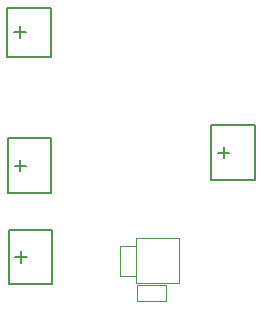
<source format=gbr>
G04 #@! TF.GenerationSoftware,KiCad,Pcbnew,(5.1.6)-1*
G04 #@! TF.CreationDate,2020-08-30T21:35:49+02:00*
G04 #@! TF.ProjectId,Freude_BreakoutBoard,46726575-6465-45f4-9272-65616b6f7574,rev?*
G04 #@! TF.SameCoordinates,Original*
G04 #@! TF.FileFunction,Other,User*
%FSLAX46Y46*%
G04 Gerber Fmt 4.6, Leading zero omitted, Abs format (unit mm)*
G04 Created by KiCad (PCBNEW (5.1.6)-1) date 2020-08-30 21:35:49*
%MOMM*%
%LPD*%
G01*
G04 APERTURE LIST*
%ADD10C,0.200000*%
%ADD11C,0.050000*%
G04 APERTURE END LIST*
D10*
X165520000Y-78330000D02*
X165520000Y-82930000D01*
X165520000Y-82930000D02*
X169220000Y-82930000D01*
X169220000Y-82930000D02*
X169220000Y-78330000D01*
X169220000Y-78330000D02*
X165520000Y-78330000D01*
X167095000Y-80630000D02*
X166095000Y-80630000D01*
X166595000Y-80130000D02*
X166595000Y-81130000D01*
X148320000Y-79430000D02*
X148320000Y-84030000D01*
X148320000Y-84030000D02*
X152020000Y-84030000D01*
X152020000Y-84030000D02*
X152020000Y-79430000D01*
X152020000Y-79430000D02*
X148320000Y-79430000D01*
X149895000Y-81730000D02*
X148895000Y-81730000D01*
X149395000Y-81230000D02*
X149395000Y-82230000D01*
X148295000Y-68405000D02*
X151995000Y-68405000D01*
X148295000Y-72505000D02*
X148295000Y-68405000D01*
X151995000Y-72505000D02*
X148295000Y-72505000D01*
X151995000Y-68405000D02*
X151995000Y-72505000D01*
X149870000Y-70455000D02*
X148870000Y-70455000D01*
X149370000Y-69955000D02*
X149370000Y-70955000D01*
D11*
X159245000Y-91830000D02*
X161745000Y-91830000D01*
X159245000Y-91830000D02*
X159245000Y-93230000D01*
X161745000Y-93230000D02*
X161745000Y-91830000D01*
X161745000Y-93230000D02*
X159245000Y-93230000D01*
X157820000Y-91055000D02*
X157820000Y-88555000D01*
X157820000Y-91055000D02*
X159220000Y-91055000D01*
X159220000Y-88555000D02*
X157820000Y-88555000D01*
X159220000Y-88555000D02*
X159220000Y-91055000D01*
X159220000Y-91705000D02*
X159220000Y-87905000D01*
X159220000Y-87905000D02*
X162820000Y-87905000D01*
X162820000Y-87905000D02*
X162820000Y-91705000D01*
X162820000Y-91705000D02*
X159220000Y-91705000D01*
D10*
X148400000Y-87180000D02*
X148400000Y-91780000D01*
X148400000Y-91780000D02*
X152100000Y-91780000D01*
X152100000Y-91780000D02*
X152100000Y-87180000D01*
X152100000Y-87180000D02*
X148400000Y-87180000D01*
X149975000Y-89480000D02*
X148975000Y-89480000D01*
X149475000Y-88980000D02*
X149475000Y-89980000D01*
M02*

</source>
